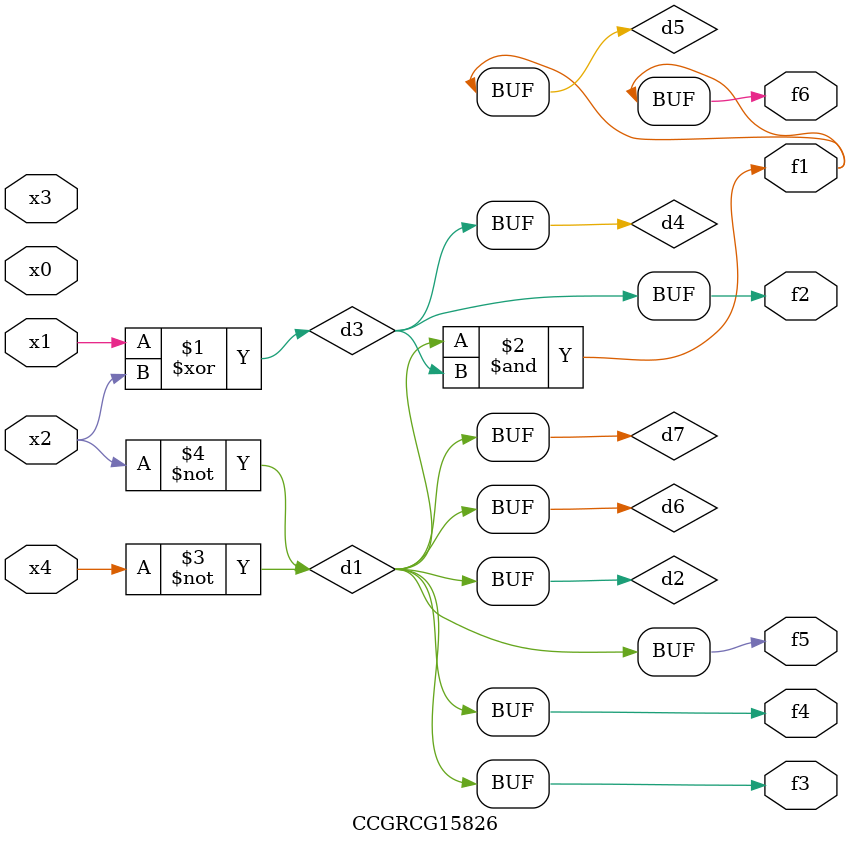
<source format=v>
module CCGRCG15826(
	input x0, x1, x2, x3, x4,
	output f1, f2, f3, f4, f5, f6
);

	wire d1, d2, d3, d4, d5, d6, d7;

	not (d1, x4);
	not (d2, x2);
	xor (d3, x1, x2);
	buf (d4, d3);
	and (d5, d1, d3);
	buf (d6, d1, d2);
	buf (d7, d2);
	assign f1 = d5;
	assign f2 = d4;
	assign f3 = d7;
	assign f4 = d7;
	assign f5 = d7;
	assign f6 = d5;
endmodule

</source>
